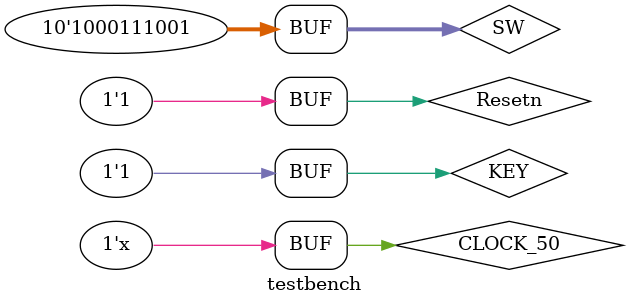
<source format=v>
`timescale 1ns / 1ps

module testbench ( );

	parameter CLOCK_PERIOD = 20;

	reg [9:0] SW;
	wire [0:0] KEY;
	wire [9:0] LEDR;

	reg CLOCK_50;
	initial begin
		CLOCK_50 <= 1'b0;
	end // initial
	always @ (*)
	begin : Clock_Generator
		#((CLOCK_PERIOD) / 2) CLOCK_50 <= ~CLOCK_50;
	end

	reg Resetn;
	initial begin
		Resetn <= 1'b0;
		#20 Resetn <= 1'b1;
	end // initial

	initial begin
		SW <= 10'h0;
		#20 SW	<= 10'b1000000000;
		#560 SW	<= 10'b1101010101;
		#500 SW	<= 10'b1010101010;
		#500 SW <= 10'b1000111001;
	end // initial

	assign KEY[0] = Resetn;
	part3 U1 (KEY, SW, CLOCK_50, LEDR);

endmodule

</source>
